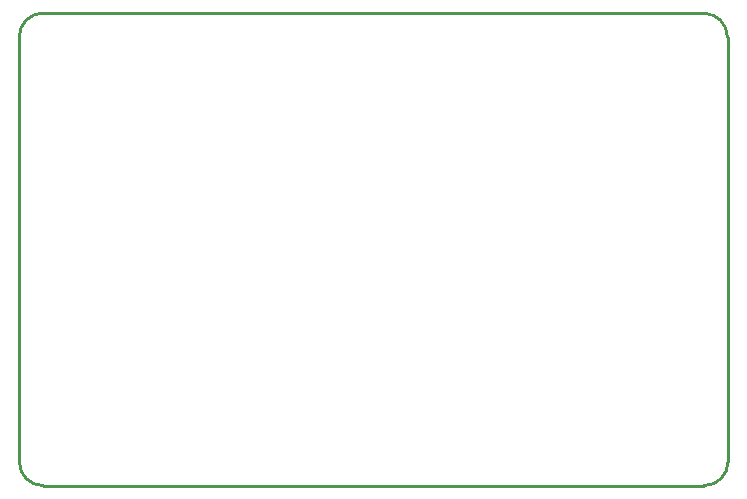
<source format=gko>
G04*
G04 #@! TF.GenerationSoftware,Altium Limited,Altium Designer,22.5.1 (42)*
G04*
G04 Layer_Color=16711935*
%FSLAX25Y25*%
%MOIN*%
G70*
G04*
G04 #@! TF.SameCoordinates,6DAD0714-FCB9-4B36-A7BF-7B223F3C5BEE*
G04*
G04*
G04 #@! TF.FilePolarity,Positive*
G04*
G01*
G75*
%ADD10C,0.01000*%
D10*
X228346Y0D02*
G03*
X236221Y7874I0J7874D01*
G01*
X236000Y149606D02*
G03*
X228126Y157480I-7874J0D01*
G01*
X7874Y157500D02*
G03*
X0Y149626I0J-7874D01*
G01*
Y7874D02*
G03*
X7874Y0I7874J0D01*
G01*
X228346D01*
X236221Y7874D02*
Y149606D01*
X7874Y157500D02*
X228346D01*
X0Y7874D02*
Y149606D01*
M02*

</source>
